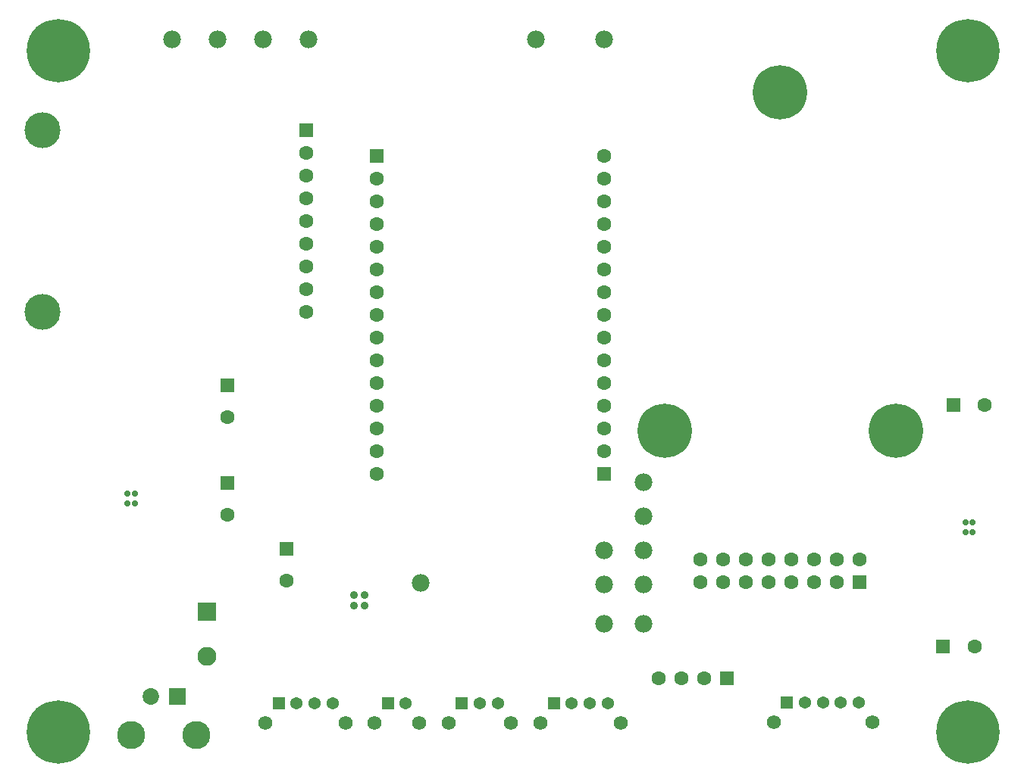
<source format=gbs>
%FSLAX25Y25*%
%MOIN*%
G70*
G01*
G75*
G04 Layer_Color=16711935*
%ADD10R,0.02992X0.03347*%
%ADD11R,0.04331X0.02362*%
%ADD12O,0.04331X0.02362*%
%ADD13R,0.08661X0.11024*%
%ADD14O,0.07480X0.02362*%
%ADD15R,0.07480X0.02362*%
%ADD16R,0.03347X0.02992*%
%ADD17O,0.03150X0.01102*%
%ADD18R,0.06496X0.09449*%
%ADD19R,0.00866X0.02756*%
%ADD20R,0.01378X0.01969*%
%ADD21R,0.02795X0.01811*%
%ADD22R,0.05709X0.08268*%
%ADD23R,0.10984X0.07539*%
%ADD24R,0.03500X0.05000*%
%ADD25R,0.20866X0.09843*%
%ADD26R,0.07874X0.12992*%
%ADD27R,0.07874X0.03543*%
%ADD28R,0.08268X0.05709*%
%ADD29R,0.04331X0.06890*%
%ADD30R,0.02500X0.04173*%
%ADD31R,0.24803X0.21654*%
%ADD32R,0.10827X0.03543*%
%ADD33R,0.16700X0.15000*%
%ADD34C,0.01000*%
%ADD35C,0.02500*%
%ADD36C,0.01000*%
%ADD37C,0.00800*%
%ADD38R,0.06000X0.06000*%
%ADD39C,0.06000*%
%ADD40C,0.15000*%
%ADD41C,0.07500*%
%ADD42C,0.05118*%
%ADD43R,0.05118X0.05118*%
%ADD44C,0.05906*%
%ADD45R,0.08000X0.08000*%
%ADD46C,0.08000*%
%ADD47R,0.06000X0.06000*%
%ADD48C,0.07000*%
%ADD49R,0.07000X0.07000*%
%ADD50C,0.12000*%
%ADD51C,0.23622*%
%ADD52C,0.27559*%
%ADD53C,0.02000*%
%ADD54C,0.02800*%
%ADD55C,0.05000*%
%ADD56C,0.00984*%
%ADD57C,0.00600*%
%ADD58C,0.00500*%
%ADD59C,0.01181*%
%ADD60C,0.03937*%
%ADD61C,0.00787*%
%ADD62C,0.00700*%
%ADD63C,0.00900*%
%ADD64R,0.06000X0.05000*%
%ADD65R,0.07700X0.06900*%
%ADD66R,0.05512X0.07874*%
%ADD67R,0.03347X0.06299*%
%ADD68R,0.03292X0.03647*%
%ADD69R,0.04631X0.02662*%
%ADD70O,0.04631X0.02662*%
%ADD71R,0.08961X0.11324*%
%ADD72O,0.07780X0.02662*%
%ADD73R,0.07780X0.02662*%
%ADD74R,0.03647X0.03292*%
%ADD75O,0.03450X0.01402*%
%ADD76R,0.06796X0.09749*%
%ADD77R,0.01678X0.02269*%
%ADD78R,0.03095X0.02111*%
%ADD79R,0.06009X0.08568*%
%ADD80R,0.11284X0.07839*%
%ADD81R,0.03800X0.05300*%
%ADD82R,0.21166X0.10143*%
%ADD83R,0.08174X0.13292*%
%ADD84R,0.08174X0.03843*%
%ADD85R,0.08568X0.06009*%
%ADD86R,0.04631X0.07190*%
%ADD87R,0.02800X0.04473*%
%ADD88R,0.25103X0.21954*%
%ADD89R,0.11127X0.03843*%
%ADD90R,0.17000X0.15300*%
%ADD91R,0.06300X0.06300*%
%ADD92C,0.06300*%
%ADD93C,0.15800*%
%ADD94C,0.07800*%
%ADD95C,0.05418*%
%ADD96R,0.05418X0.05418*%
%ADD97C,0.06206*%
%ADD98R,0.08300X0.08300*%
%ADD99C,0.08300*%
%ADD100R,0.06300X0.06300*%
%ADD101C,0.07300*%
%ADD102R,0.07300X0.07300*%
%ADD103C,0.12300*%
%ADD104C,0.23922*%
%ADD105C,0.27859*%
%ADD106C,0.03600*%
D54*
X422075Y112256D02*
D03*
X418925D02*
D03*
Y107744D02*
D03*
X422075D02*
D03*
X50500Y120500D02*
D03*
X53650D02*
D03*
Y125012D02*
D03*
X50500D02*
D03*
D91*
X94500Y172390D02*
D03*
X372500Y86000D02*
D03*
X94500Y129390D02*
D03*
X314000Y43500D02*
D03*
X120500Y100390D02*
D03*
D92*
X94500Y158610D02*
D03*
X372500Y96000D02*
D03*
X362500Y86000D02*
D03*
Y96000D02*
D03*
X352500D02*
D03*
Y86000D02*
D03*
X342500Y96000D02*
D03*
Y86000D02*
D03*
X332500Y96000D02*
D03*
Y86000D02*
D03*
X322500D02*
D03*
Y96000D02*
D03*
X312500Y86000D02*
D03*
Y96000D02*
D03*
X302500Y86000D02*
D03*
Y96000D02*
D03*
X94500Y115610D02*
D03*
X304000Y43500D02*
D03*
X294000D02*
D03*
X284000D02*
D03*
X427390Y164000D02*
D03*
X422890Y57500D02*
D03*
X120500Y86610D02*
D03*
X129000Y205000D02*
D03*
Y215000D02*
D03*
Y225000D02*
D03*
Y235000D02*
D03*
Y245000D02*
D03*
Y255000D02*
D03*
Y265000D02*
D03*
Y275000D02*
D03*
X160000Y133500D02*
D03*
Y143500D02*
D03*
Y153500D02*
D03*
Y163500D02*
D03*
Y173500D02*
D03*
Y183500D02*
D03*
Y193500D02*
D03*
Y203500D02*
D03*
Y213500D02*
D03*
Y223500D02*
D03*
Y233500D02*
D03*
Y243500D02*
D03*
Y253500D02*
D03*
Y263500D02*
D03*
X260000Y273500D02*
D03*
Y263500D02*
D03*
Y253500D02*
D03*
Y243500D02*
D03*
Y233500D02*
D03*
Y223500D02*
D03*
Y213500D02*
D03*
Y203500D02*
D03*
Y193500D02*
D03*
Y183500D02*
D03*
Y173500D02*
D03*
Y163500D02*
D03*
Y153500D02*
D03*
Y143500D02*
D03*
D93*
X13000Y285000D02*
D03*
Y205000D02*
D03*
D94*
X260000Y325000D02*
D03*
X230000D02*
D03*
X277500Y130000D02*
D03*
Y115000D02*
D03*
Y100000D02*
D03*
X260000D02*
D03*
Y85000D02*
D03*
X277500Y67500D02*
D03*
X70000Y325000D02*
D03*
X179500Y85500D02*
D03*
X130000Y325000D02*
D03*
X90000D02*
D03*
X260000Y67500D02*
D03*
X277500Y85000D02*
D03*
X110000Y325000D02*
D03*
D95*
X140622Y32500D02*
D03*
X124874D02*
D03*
X132748D02*
D03*
X261622D02*
D03*
X245874D02*
D03*
X253748D02*
D03*
X364122Y33000D02*
D03*
X348374D02*
D03*
X356248D02*
D03*
X371996D02*
D03*
X172874Y32500D02*
D03*
X213248D02*
D03*
X205374D02*
D03*
D96*
X117000D02*
D03*
X238000D02*
D03*
X340500Y33000D02*
D03*
X165000Y32500D02*
D03*
X197500D02*
D03*
D97*
X111094Y23732D02*
D03*
X146528D02*
D03*
X232095D02*
D03*
X267528D02*
D03*
X334594Y24232D02*
D03*
X377902D02*
D03*
X178779Y23732D02*
D03*
X159095D02*
D03*
X219153D02*
D03*
X191595D02*
D03*
D98*
X85500Y72843D02*
D03*
D99*
Y53158D02*
D03*
D100*
X413610Y164000D02*
D03*
X409110Y57500D02*
D03*
X129000Y285000D02*
D03*
X160000Y273500D02*
D03*
X260000Y133500D02*
D03*
D101*
X60594Y35500D02*
D03*
D102*
X72405D02*
D03*
D103*
X52130Y18492D02*
D03*
X80870D02*
D03*
D104*
X286713Y152591D02*
D03*
X388287D02*
D03*
X337500Y301606D02*
D03*
D105*
X20000Y20000D02*
D03*
X420000D02*
D03*
X20000Y320000D02*
D03*
X420000D02*
D03*
D106*
X150138Y80362D02*
D03*
X154862D02*
D03*
X150138Y75638D02*
D03*
X154862D02*
D03*
M02*

</source>
